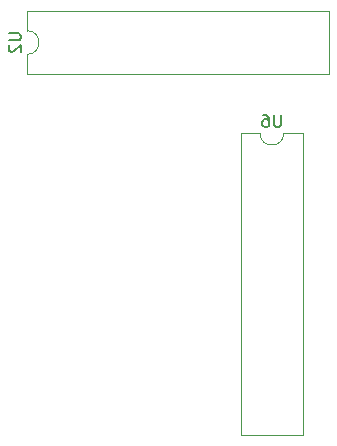
<source format=gbr>
%TF.GenerationSoftware,KiCad,Pcbnew,8.0.2-1*%
%TF.CreationDate,2024-08-05T09:17:51-04:00*%
%TF.ProjectId,io_controller,696f5f63-6f6e-4747-926f-6c6c65722e6b,rev?*%
%TF.SameCoordinates,Original*%
%TF.FileFunction,Legend,Bot*%
%TF.FilePolarity,Positive*%
%FSLAX46Y46*%
G04 Gerber Fmt 4.6, Leading zero omitted, Abs format (unit mm)*
G04 Created by KiCad (PCBNEW 8.0.2-1) date 2024-08-05 09:17:51*
%MOMM*%
%LPD*%
G01*
G04 APERTURE LIST*
%ADD10C,0.150000*%
%ADD11C,0.120000*%
G04 APERTURE END LIST*
D10*
X137951904Y-40949819D02*
X137951904Y-41759342D01*
X137951904Y-41759342D02*
X137904285Y-41854580D01*
X137904285Y-41854580D02*
X137856666Y-41902200D01*
X137856666Y-41902200D02*
X137761428Y-41949819D01*
X137761428Y-41949819D02*
X137570952Y-41949819D01*
X137570952Y-41949819D02*
X137475714Y-41902200D01*
X137475714Y-41902200D02*
X137428095Y-41854580D01*
X137428095Y-41854580D02*
X137380476Y-41759342D01*
X137380476Y-41759342D02*
X137380476Y-40949819D01*
X136475714Y-40949819D02*
X136666190Y-40949819D01*
X136666190Y-40949819D02*
X136761428Y-40997438D01*
X136761428Y-40997438D02*
X136809047Y-41045057D01*
X136809047Y-41045057D02*
X136904285Y-41187914D01*
X136904285Y-41187914D02*
X136951904Y-41378390D01*
X136951904Y-41378390D02*
X136951904Y-41759342D01*
X136951904Y-41759342D02*
X136904285Y-41854580D01*
X136904285Y-41854580D02*
X136856666Y-41902200D01*
X136856666Y-41902200D02*
X136761428Y-41949819D01*
X136761428Y-41949819D02*
X136570952Y-41949819D01*
X136570952Y-41949819D02*
X136475714Y-41902200D01*
X136475714Y-41902200D02*
X136428095Y-41854580D01*
X136428095Y-41854580D02*
X136380476Y-41759342D01*
X136380476Y-41759342D02*
X136380476Y-41521247D01*
X136380476Y-41521247D02*
X136428095Y-41426009D01*
X136428095Y-41426009D02*
X136475714Y-41378390D01*
X136475714Y-41378390D02*
X136570952Y-41330771D01*
X136570952Y-41330771D02*
X136761428Y-41330771D01*
X136761428Y-41330771D02*
X136856666Y-41378390D01*
X136856666Y-41378390D02*
X136904285Y-41426009D01*
X136904285Y-41426009D02*
X136951904Y-41521247D01*
X114924819Y-34048095D02*
X115734342Y-34048095D01*
X115734342Y-34048095D02*
X115829580Y-34095714D01*
X115829580Y-34095714D02*
X115877200Y-34143333D01*
X115877200Y-34143333D02*
X115924819Y-34238571D01*
X115924819Y-34238571D02*
X115924819Y-34429047D01*
X115924819Y-34429047D02*
X115877200Y-34524285D01*
X115877200Y-34524285D02*
X115829580Y-34571904D01*
X115829580Y-34571904D02*
X115734342Y-34619523D01*
X115734342Y-34619523D02*
X114924819Y-34619523D01*
X115020057Y-35048095D02*
X114972438Y-35095714D01*
X114972438Y-35095714D02*
X114924819Y-35190952D01*
X114924819Y-35190952D02*
X114924819Y-35429047D01*
X114924819Y-35429047D02*
X114972438Y-35524285D01*
X114972438Y-35524285D02*
X115020057Y-35571904D01*
X115020057Y-35571904D02*
X115115295Y-35619523D01*
X115115295Y-35619523D02*
X115210533Y-35619523D01*
X115210533Y-35619523D02*
X115353390Y-35571904D01*
X115353390Y-35571904D02*
X115924819Y-35000476D01*
X115924819Y-35000476D02*
X115924819Y-35619523D01*
D11*
%TO.C,U6*%
X139840000Y-68015000D02*
X139840000Y-42495000D01*
X134540000Y-68015000D02*
X139840000Y-68015000D01*
X139840000Y-42495000D02*
X138190000Y-42495000D01*
X136190000Y-42495000D02*
X134540000Y-42495000D01*
X134540000Y-42495000D02*
X134540000Y-68015000D01*
X138190000Y-42495000D02*
G75*
G02*
X136190000Y-42495000I-1000000J0D01*
G01*
%TO.C,U2*%
X141990000Y-32160000D02*
X116470000Y-32160000D01*
X141990000Y-37460000D02*
X141990000Y-32160000D01*
X116470000Y-32160000D02*
X116470000Y-33810000D01*
X116470000Y-35810000D02*
X116470000Y-37460000D01*
X116470000Y-37460000D02*
X141990000Y-37460000D01*
X116470000Y-33810000D02*
G75*
G02*
X116470000Y-35810000I0J-1000000D01*
G01*
%TD*%
M02*

</source>
